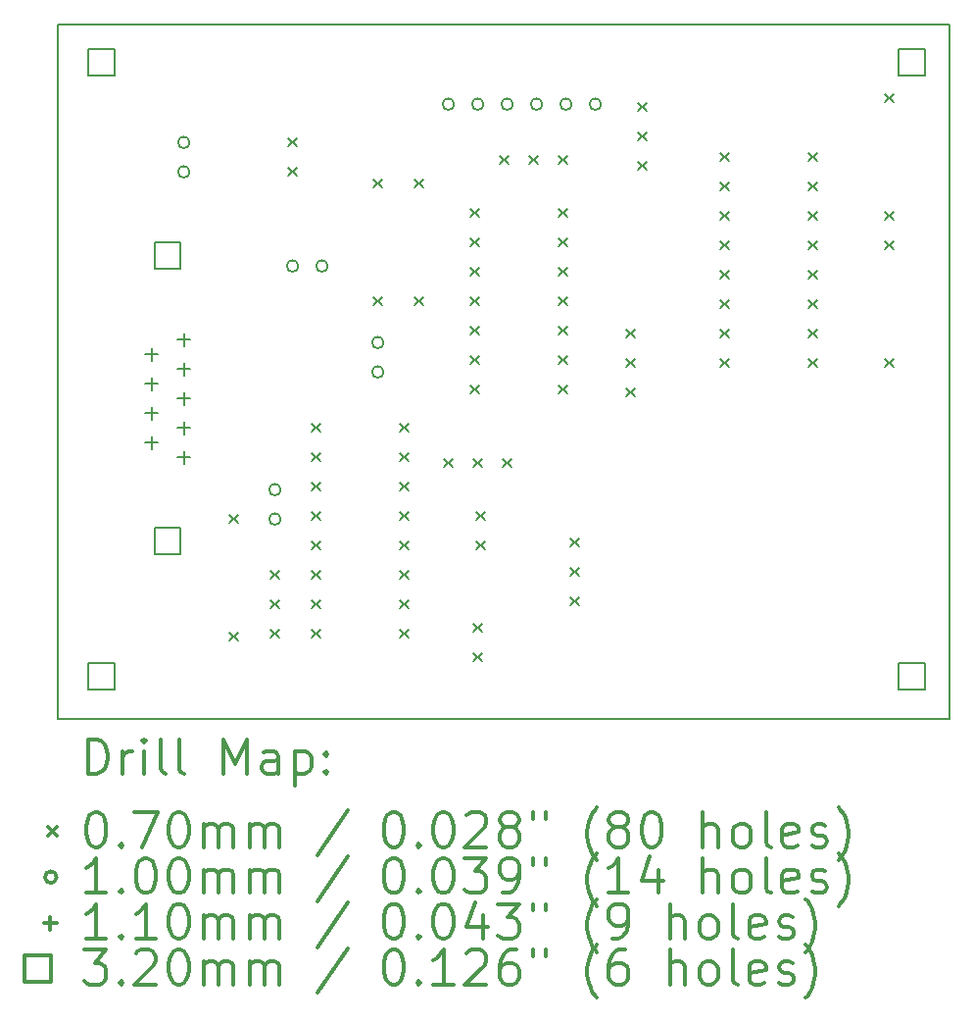
<source format=gbr>
%FSLAX45Y45*%
G04 Gerber Fmt 4.5, Leading zero omitted, Abs format (unit mm)*
G04 Created by KiCad (PCBNEW 4.0.1-stable) date 10/28/16 04:05:53*
%MOMM*%
G01*
G04 APERTURE LIST*
%ADD10C,0.127000*%
%ADD11C,0.150000*%
%ADD12C,0.200000*%
%ADD13C,0.300000*%
G04 APERTURE END LIST*
D10*
D11*
X9220200Y-7975600D02*
X16929100Y-7975600D01*
X16929100Y-13970000D02*
X9220200Y-13970000D01*
X9220200Y-7975600D02*
X9220200Y-8712200D01*
X16929100Y-13970000D02*
X16929100Y-7975600D01*
X9220200Y-9728200D02*
X9220200Y-13970000D01*
X9220200Y-9728200D02*
X9220200Y-8585200D01*
D12*
X10709200Y-12207800D02*
X10779200Y-12277800D01*
X10779200Y-12207800D02*
X10709200Y-12277800D01*
X10709200Y-13223800D02*
X10779200Y-13293800D01*
X10779200Y-13223800D02*
X10709200Y-13293800D01*
X11064800Y-12690400D02*
X11134800Y-12760400D01*
X11134800Y-12690400D02*
X11064800Y-12760400D01*
X11064800Y-12944400D02*
X11134800Y-13014400D01*
X11134800Y-12944400D02*
X11064800Y-13014400D01*
X11064800Y-13198400D02*
X11134800Y-13268400D01*
X11134800Y-13198400D02*
X11064800Y-13268400D01*
X11217200Y-8956600D02*
X11287200Y-9026600D01*
X11287200Y-8956600D02*
X11217200Y-9026600D01*
X11217200Y-9210600D02*
X11287200Y-9280600D01*
X11287200Y-9210600D02*
X11217200Y-9280600D01*
X11420400Y-11420400D02*
X11490400Y-11490400D01*
X11490400Y-11420400D02*
X11420400Y-11490400D01*
X11420400Y-11674400D02*
X11490400Y-11744400D01*
X11490400Y-11674400D02*
X11420400Y-11744400D01*
X11420400Y-11928400D02*
X11490400Y-11998400D01*
X11490400Y-11928400D02*
X11420400Y-11998400D01*
X11420400Y-12182400D02*
X11490400Y-12252400D01*
X11490400Y-12182400D02*
X11420400Y-12252400D01*
X11420400Y-12436400D02*
X11490400Y-12506400D01*
X11490400Y-12436400D02*
X11420400Y-12506400D01*
X11420400Y-12690400D02*
X11490400Y-12760400D01*
X11490400Y-12690400D02*
X11420400Y-12760400D01*
X11420400Y-12944400D02*
X11490400Y-13014400D01*
X11490400Y-12944400D02*
X11420400Y-13014400D01*
X11420400Y-13198400D02*
X11490400Y-13268400D01*
X11490400Y-13198400D02*
X11420400Y-13268400D01*
X11953800Y-9312200D02*
X12023800Y-9382200D01*
X12023800Y-9312200D02*
X11953800Y-9382200D01*
X11953800Y-10328200D02*
X12023800Y-10398200D01*
X12023800Y-10328200D02*
X11953800Y-10398200D01*
X12182400Y-11420400D02*
X12252400Y-11490400D01*
X12252400Y-11420400D02*
X12182400Y-11490400D01*
X12182400Y-11674400D02*
X12252400Y-11744400D01*
X12252400Y-11674400D02*
X12182400Y-11744400D01*
X12182400Y-11928400D02*
X12252400Y-11998400D01*
X12252400Y-11928400D02*
X12182400Y-11998400D01*
X12182400Y-12182400D02*
X12252400Y-12252400D01*
X12252400Y-12182400D02*
X12182400Y-12252400D01*
X12182400Y-12436400D02*
X12252400Y-12506400D01*
X12252400Y-12436400D02*
X12182400Y-12506400D01*
X12182400Y-12690400D02*
X12252400Y-12760400D01*
X12252400Y-12690400D02*
X12182400Y-12760400D01*
X12182400Y-12944400D02*
X12252400Y-13014400D01*
X12252400Y-12944400D02*
X12182400Y-13014400D01*
X12182400Y-13198400D02*
X12252400Y-13268400D01*
X12252400Y-13198400D02*
X12182400Y-13268400D01*
X12309400Y-9312200D02*
X12379400Y-9382200D01*
X12379400Y-9312200D02*
X12309400Y-9382200D01*
X12309400Y-10328200D02*
X12379400Y-10398200D01*
X12379400Y-10328200D02*
X12309400Y-10398200D01*
X12563400Y-11725200D02*
X12633400Y-11795200D01*
X12633400Y-11725200D02*
X12563400Y-11795200D01*
X12792000Y-9566200D02*
X12862000Y-9636200D01*
X12862000Y-9566200D02*
X12792000Y-9636200D01*
X12792000Y-9820200D02*
X12862000Y-9890200D01*
X12862000Y-9820200D02*
X12792000Y-9890200D01*
X12792000Y-10074200D02*
X12862000Y-10144200D01*
X12862000Y-10074200D02*
X12792000Y-10144200D01*
X12792000Y-10328200D02*
X12862000Y-10398200D01*
X12862000Y-10328200D02*
X12792000Y-10398200D01*
X12792000Y-10582200D02*
X12862000Y-10652200D01*
X12862000Y-10582200D02*
X12792000Y-10652200D01*
X12792000Y-10836200D02*
X12862000Y-10906200D01*
X12862000Y-10836200D02*
X12792000Y-10906200D01*
X12792000Y-11090200D02*
X12862000Y-11160200D01*
X12862000Y-11090200D02*
X12792000Y-11160200D01*
X12817400Y-11725200D02*
X12887400Y-11795200D01*
X12887400Y-11725200D02*
X12817400Y-11795200D01*
X12817400Y-13147600D02*
X12887400Y-13217600D01*
X12887400Y-13147600D02*
X12817400Y-13217600D01*
X12817400Y-13401600D02*
X12887400Y-13471600D01*
X12887400Y-13401600D02*
X12817400Y-13471600D01*
X12842800Y-12182400D02*
X12912800Y-12252400D01*
X12912800Y-12182400D02*
X12842800Y-12252400D01*
X12842800Y-12436400D02*
X12912800Y-12506400D01*
X12912800Y-12436400D02*
X12842800Y-12506400D01*
X13046000Y-9109000D02*
X13116000Y-9179000D01*
X13116000Y-9109000D02*
X13046000Y-9179000D01*
X13071400Y-11725200D02*
X13141400Y-11795200D01*
X13141400Y-11725200D02*
X13071400Y-11795200D01*
X13300000Y-9109000D02*
X13370000Y-9179000D01*
X13370000Y-9109000D02*
X13300000Y-9179000D01*
X13554000Y-9109000D02*
X13624000Y-9179000D01*
X13624000Y-9109000D02*
X13554000Y-9179000D01*
X13554000Y-9566200D02*
X13624000Y-9636200D01*
X13624000Y-9566200D02*
X13554000Y-9636200D01*
X13554000Y-9820200D02*
X13624000Y-9890200D01*
X13624000Y-9820200D02*
X13554000Y-9890200D01*
X13554000Y-10074200D02*
X13624000Y-10144200D01*
X13624000Y-10074200D02*
X13554000Y-10144200D01*
X13554000Y-10328200D02*
X13624000Y-10398200D01*
X13624000Y-10328200D02*
X13554000Y-10398200D01*
X13554000Y-10582200D02*
X13624000Y-10652200D01*
X13624000Y-10582200D02*
X13554000Y-10652200D01*
X13554000Y-10836200D02*
X13624000Y-10906200D01*
X13624000Y-10836200D02*
X13554000Y-10906200D01*
X13554000Y-11090200D02*
X13624000Y-11160200D01*
X13624000Y-11090200D02*
X13554000Y-11160200D01*
X13655600Y-12411000D02*
X13725600Y-12481000D01*
X13725600Y-12411000D02*
X13655600Y-12481000D01*
X13655600Y-12665000D02*
X13725600Y-12735000D01*
X13725600Y-12665000D02*
X13655600Y-12735000D01*
X13655600Y-12919000D02*
X13725600Y-12989000D01*
X13725600Y-12919000D02*
X13655600Y-12989000D01*
X14138200Y-10607600D02*
X14208200Y-10677600D01*
X14208200Y-10607600D02*
X14138200Y-10677600D01*
X14138200Y-10861600D02*
X14208200Y-10931600D01*
X14208200Y-10861600D02*
X14138200Y-10931600D01*
X14138200Y-11115600D02*
X14208200Y-11185600D01*
X14208200Y-11115600D02*
X14138200Y-11185600D01*
X14239800Y-8651800D02*
X14309800Y-8721800D01*
X14309800Y-8651800D02*
X14239800Y-8721800D01*
X14239800Y-8905800D02*
X14309800Y-8975800D01*
X14309800Y-8905800D02*
X14239800Y-8975800D01*
X14239800Y-9159800D02*
X14309800Y-9229800D01*
X14309800Y-9159800D02*
X14239800Y-9229800D01*
X14951000Y-9083600D02*
X15021000Y-9153600D01*
X15021000Y-9083600D02*
X14951000Y-9153600D01*
X14951000Y-9337600D02*
X15021000Y-9407600D01*
X15021000Y-9337600D02*
X14951000Y-9407600D01*
X14951000Y-9591600D02*
X15021000Y-9661600D01*
X15021000Y-9591600D02*
X14951000Y-9661600D01*
X14951000Y-9845600D02*
X15021000Y-9915600D01*
X15021000Y-9845600D02*
X14951000Y-9915600D01*
X14951000Y-10099600D02*
X15021000Y-10169600D01*
X15021000Y-10099600D02*
X14951000Y-10169600D01*
X14951000Y-10353600D02*
X15021000Y-10423600D01*
X15021000Y-10353600D02*
X14951000Y-10423600D01*
X14951000Y-10607600D02*
X15021000Y-10677600D01*
X15021000Y-10607600D02*
X14951000Y-10677600D01*
X14951000Y-10861600D02*
X15021000Y-10931600D01*
X15021000Y-10861600D02*
X14951000Y-10931600D01*
X15713000Y-9083600D02*
X15783000Y-9153600D01*
X15783000Y-9083600D02*
X15713000Y-9153600D01*
X15713000Y-9337600D02*
X15783000Y-9407600D01*
X15783000Y-9337600D02*
X15713000Y-9407600D01*
X15713000Y-9591600D02*
X15783000Y-9661600D01*
X15783000Y-9591600D02*
X15713000Y-9661600D01*
X15713000Y-9845600D02*
X15783000Y-9915600D01*
X15783000Y-9845600D02*
X15713000Y-9915600D01*
X15713000Y-10099600D02*
X15783000Y-10169600D01*
X15783000Y-10099600D02*
X15713000Y-10169600D01*
X15713000Y-10353600D02*
X15783000Y-10423600D01*
X15783000Y-10353600D02*
X15713000Y-10423600D01*
X15713000Y-10607600D02*
X15783000Y-10677600D01*
X15783000Y-10607600D02*
X15713000Y-10677600D01*
X15713000Y-10861600D02*
X15783000Y-10931600D01*
X15783000Y-10861600D02*
X15713000Y-10931600D01*
X16373400Y-8575600D02*
X16443400Y-8645600D01*
X16443400Y-8575600D02*
X16373400Y-8645600D01*
X16373400Y-9591600D02*
X16443400Y-9661600D01*
X16443400Y-9591600D02*
X16373400Y-9661600D01*
X16373400Y-9845600D02*
X16443400Y-9915600D01*
X16443400Y-9845600D02*
X16373400Y-9915600D01*
X16373400Y-10861600D02*
X16443400Y-10931600D01*
X16443400Y-10861600D02*
X16373400Y-10931600D01*
X10362400Y-8991600D02*
G75*
G03X10362400Y-8991600I-50000J0D01*
G01*
X10362400Y-9245600D02*
G75*
G03X10362400Y-9245600I-50000J0D01*
G01*
X11149800Y-11988800D02*
G75*
G03X11149800Y-11988800I-50000J0D01*
G01*
X11149800Y-12242800D02*
G75*
G03X11149800Y-12242800I-50000J0D01*
G01*
X11302200Y-10058400D02*
G75*
G03X11302200Y-10058400I-50000J0D01*
G01*
X11556200Y-10058400D02*
G75*
G03X11556200Y-10058400I-50000J0D01*
G01*
X12038800Y-10718800D02*
G75*
G03X12038800Y-10718800I-50000J0D01*
G01*
X12038800Y-10972800D02*
G75*
G03X12038800Y-10972800I-50000J0D01*
G01*
X12648400Y-8661400D02*
G75*
G03X12648400Y-8661400I-50000J0D01*
G01*
X12902400Y-8661400D02*
G75*
G03X12902400Y-8661400I-50000J0D01*
G01*
X13156400Y-8661400D02*
G75*
G03X13156400Y-8661400I-50000J0D01*
G01*
X13410400Y-8661400D02*
G75*
G03X13410400Y-8661400I-50000J0D01*
G01*
X13664400Y-8661400D02*
G75*
G03X13664400Y-8661400I-50000J0D01*
G01*
X13918400Y-8661400D02*
G75*
G03X13918400Y-8661400I-50000J0D01*
G01*
X10033000Y-10765400D02*
X10033000Y-10875400D01*
X9978000Y-10820400D02*
X10088000Y-10820400D01*
X10033000Y-11019400D02*
X10033000Y-11129400D01*
X9978000Y-11074400D02*
X10088000Y-11074400D01*
X10033000Y-11273400D02*
X10033000Y-11383400D01*
X9978000Y-11328400D02*
X10088000Y-11328400D01*
X10033000Y-11527400D02*
X10033000Y-11637400D01*
X9978000Y-11582400D02*
X10088000Y-11582400D01*
X10312400Y-10638400D02*
X10312400Y-10748400D01*
X10257400Y-10693400D02*
X10367400Y-10693400D01*
X10312400Y-10892400D02*
X10312400Y-11002400D01*
X10257400Y-10947400D02*
X10367400Y-10947400D01*
X10312400Y-11146400D02*
X10312400Y-11256400D01*
X10257400Y-11201400D02*
X10367400Y-11201400D01*
X10312400Y-11400400D02*
X10312400Y-11510400D01*
X10257400Y-11455400D02*
X10367400Y-11455400D01*
X10312400Y-11654400D02*
X10312400Y-11764400D01*
X10257400Y-11709400D02*
X10367400Y-11709400D01*
X9713138Y-8413138D02*
X9713138Y-8186862D01*
X9486862Y-8186862D01*
X9486862Y-8413138D01*
X9713138Y-8413138D01*
X9713138Y-13713138D02*
X9713138Y-13486862D01*
X9486862Y-13486862D01*
X9486862Y-13713138D01*
X9713138Y-13713138D01*
X10285838Y-10082638D02*
X10285838Y-9856362D01*
X10059562Y-9856362D01*
X10059562Y-10082638D01*
X10285838Y-10082638D01*
X10285838Y-12546438D02*
X10285838Y-12320162D01*
X10059562Y-12320162D01*
X10059562Y-12546438D01*
X10285838Y-12546438D01*
X16713138Y-8413138D02*
X16713138Y-8186862D01*
X16486862Y-8186862D01*
X16486862Y-8413138D01*
X16713138Y-8413138D01*
X16713138Y-13713138D02*
X16713138Y-13486862D01*
X16486862Y-13486862D01*
X16486862Y-13713138D01*
X16713138Y-13713138D01*
D13*
X9484129Y-14443214D02*
X9484129Y-14143214D01*
X9555557Y-14143214D01*
X9598414Y-14157500D01*
X9626986Y-14186071D01*
X9641271Y-14214643D01*
X9655557Y-14271786D01*
X9655557Y-14314643D01*
X9641271Y-14371786D01*
X9626986Y-14400357D01*
X9598414Y-14428929D01*
X9555557Y-14443214D01*
X9484129Y-14443214D01*
X9784129Y-14443214D02*
X9784129Y-14243214D01*
X9784129Y-14300357D02*
X9798414Y-14271786D01*
X9812700Y-14257500D01*
X9841271Y-14243214D01*
X9869843Y-14243214D01*
X9969843Y-14443214D02*
X9969843Y-14243214D01*
X9969843Y-14143214D02*
X9955557Y-14157500D01*
X9969843Y-14171786D01*
X9984129Y-14157500D01*
X9969843Y-14143214D01*
X9969843Y-14171786D01*
X10155557Y-14443214D02*
X10126986Y-14428929D01*
X10112700Y-14400357D01*
X10112700Y-14143214D01*
X10312700Y-14443214D02*
X10284129Y-14428929D01*
X10269843Y-14400357D01*
X10269843Y-14143214D01*
X10655557Y-14443214D02*
X10655557Y-14143214D01*
X10755557Y-14357500D01*
X10855557Y-14143214D01*
X10855557Y-14443214D01*
X11126986Y-14443214D02*
X11126986Y-14286071D01*
X11112700Y-14257500D01*
X11084129Y-14243214D01*
X11026986Y-14243214D01*
X10998414Y-14257500D01*
X11126986Y-14428929D02*
X11098414Y-14443214D01*
X11026986Y-14443214D01*
X10998414Y-14428929D01*
X10984129Y-14400357D01*
X10984129Y-14371786D01*
X10998414Y-14343214D01*
X11026986Y-14328929D01*
X11098414Y-14328929D01*
X11126986Y-14314643D01*
X11269843Y-14243214D02*
X11269843Y-14543214D01*
X11269843Y-14257500D02*
X11298414Y-14243214D01*
X11355557Y-14243214D01*
X11384128Y-14257500D01*
X11398414Y-14271786D01*
X11412700Y-14300357D01*
X11412700Y-14386071D01*
X11398414Y-14414643D01*
X11384128Y-14428929D01*
X11355557Y-14443214D01*
X11298414Y-14443214D01*
X11269843Y-14428929D01*
X11541271Y-14414643D02*
X11555557Y-14428929D01*
X11541271Y-14443214D01*
X11526986Y-14428929D01*
X11541271Y-14414643D01*
X11541271Y-14443214D01*
X11541271Y-14257500D02*
X11555557Y-14271786D01*
X11541271Y-14286071D01*
X11526986Y-14271786D01*
X11541271Y-14257500D01*
X11541271Y-14286071D01*
X9142700Y-14902500D02*
X9212700Y-14972500D01*
X9212700Y-14902500D02*
X9142700Y-14972500D01*
X9541271Y-14773214D02*
X9569843Y-14773214D01*
X9598414Y-14787500D01*
X9612700Y-14801786D01*
X9626986Y-14830357D01*
X9641271Y-14887500D01*
X9641271Y-14958929D01*
X9626986Y-15016071D01*
X9612700Y-15044643D01*
X9598414Y-15058929D01*
X9569843Y-15073214D01*
X9541271Y-15073214D01*
X9512700Y-15058929D01*
X9498414Y-15044643D01*
X9484129Y-15016071D01*
X9469843Y-14958929D01*
X9469843Y-14887500D01*
X9484129Y-14830357D01*
X9498414Y-14801786D01*
X9512700Y-14787500D01*
X9541271Y-14773214D01*
X9769843Y-15044643D02*
X9784129Y-15058929D01*
X9769843Y-15073214D01*
X9755557Y-15058929D01*
X9769843Y-15044643D01*
X9769843Y-15073214D01*
X9884128Y-14773214D02*
X10084128Y-14773214D01*
X9955557Y-15073214D01*
X10255557Y-14773214D02*
X10284129Y-14773214D01*
X10312700Y-14787500D01*
X10326986Y-14801786D01*
X10341271Y-14830357D01*
X10355557Y-14887500D01*
X10355557Y-14958929D01*
X10341271Y-15016071D01*
X10326986Y-15044643D01*
X10312700Y-15058929D01*
X10284129Y-15073214D01*
X10255557Y-15073214D01*
X10226986Y-15058929D01*
X10212700Y-15044643D01*
X10198414Y-15016071D01*
X10184129Y-14958929D01*
X10184129Y-14887500D01*
X10198414Y-14830357D01*
X10212700Y-14801786D01*
X10226986Y-14787500D01*
X10255557Y-14773214D01*
X10484129Y-15073214D02*
X10484129Y-14873214D01*
X10484129Y-14901786D02*
X10498414Y-14887500D01*
X10526986Y-14873214D01*
X10569843Y-14873214D01*
X10598414Y-14887500D01*
X10612700Y-14916071D01*
X10612700Y-15073214D01*
X10612700Y-14916071D02*
X10626986Y-14887500D01*
X10655557Y-14873214D01*
X10698414Y-14873214D01*
X10726986Y-14887500D01*
X10741271Y-14916071D01*
X10741271Y-15073214D01*
X10884129Y-15073214D02*
X10884129Y-14873214D01*
X10884129Y-14901786D02*
X10898414Y-14887500D01*
X10926986Y-14873214D01*
X10969843Y-14873214D01*
X10998414Y-14887500D01*
X11012700Y-14916071D01*
X11012700Y-15073214D01*
X11012700Y-14916071D02*
X11026986Y-14887500D01*
X11055557Y-14873214D01*
X11098414Y-14873214D01*
X11126986Y-14887500D01*
X11141271Y-14916071D01*
X11141271Y-15073214D01*
X11726986Y-14758929D02*
X11469843Y-15144643D01*
X12112700Y-14773214D02*
X12141271Y-14773214D01*
X12169843Y-14787500D01*
X12184128Y-14801786D01*
X12198414Y-14830357D01*
X12212700Y-14887500D01*
X12212700Y-14958929D01*
X12198414Y-15016071D01*
X12184128Y-15044643D01*
X12169843Y-15058929D01*
X12141271Y-15073214D01*
X12112700Y-15073214D01*
X12084128Y-15058929D01*
X12069843Y-15044643D01*
X12055557Y-15016071D01*
X12041271Y-14958929D01*
X12041271Y-14887500D01*
X12055557Y-14830357D01*
X12069843Y-14801786D01*
X12084128Y-14787500D01*
X12112700Y-14773214D01*
X12341271Y-15044643D02*
X12355557Y-15058929D01*
X12341271Y-15073214D01*
X12326986Y-15058929D01*
X12341271Y-15044643D01*
X12341271Y-15073214D01*
X12541271Y-14773214D02*
X12569843Y-14773214D01*
X12598414Y-14787500D01*
X12612700Y-14801786D01*
X12626985Y-14830357D01*
X12641271Y-14887500D01*
X12641271Y-14958929D01*
X12626985Y-15016071D01*
X12612700Y-15044643D01*
X12598414Y-15058929D01*
X12569843Y-15073214D01*
X12541271Y-15073214D01*
X12512700Y-15058929D01*
X12498414Y-15044643D01*
X12484128Y-15016071D01*
X12469843Y-14958929D01*
X12469843Y-14887500D01*
X12484128Y-14830357D01*
X12498414Y-14801786D01*
X12512700Y-14787500D01*
X12541271Y-14773214D01*
X12755557Y-14801786D02*
X12769843Y-14787500D01*
X12798414Y-14773214D01*
X12869843Y-14773214D01*
X12898414Y-14787500D01*
X12912700Y-14801786D01*
X12926985Y-14830357D01*
X12926985Y-14858929D01*
X12912700Y-14901786D01*
X12741271Y-15073214D01*
X12926985Y-15073214D01*
X13098414Y-14901786D02*
X13069843Y-14887500D01*
X13055557Y-14873214D01*
X13041271Y-14844643D01*
X13041271Y-14830357D01*
X13055557Y-14801786D01*
X13069843Y-14787500D01*
X13098414Y-14773214D01*
X13155557Y-14773214D01*
X13184128Y-14787500D01*
X13198414Y-14801786D01*
X13212700Y-14830357D01*
X13212700Y-14844643D01*
X13198414Y-14873214D01*
X13184128Y-14887500D01*
X13155557Y-14901786D01*
X13098414Y-14901786D01*
X13069843Y-14916071D01*
X13055557Y-14930357D01*
X13041271Y-14958929D01*
X13041271Y-15016071D01*
X13055557Y-15044643D01*
X13069843Y-15058929D01*
X13098414Y-15073214D01*
X13155557Y-15073214D01*
X13184128Y-15058929D01*
X13198414Y-15044643D01*
X13212700Y-15016071D01*
X13212700Y-14958929D01*
X13198414Y-14930357D01*
X13184128Y-14916071D01*
X13155557Y-14901786D01*
X13326986Y-14773214D02*
X13326986Y-14830357D01*
X13441271Y-14773214D02*
X13441271Y-14830357D01*
X13884128Y-15187500D02*
X13869843Y-15173214D01*
X13841271Y-15130357D01*
X13826985Y-15101786D01*
X13812700Y-15058929D01*
X13798414Y-14987500D01*
X13798414Y-14930357D01*
X13812700Y-14858929D01*
X13826985Y-14816071D01*
X13841271Y-14787500D01*
X13869843Y-14744643D01*
X13884128Y-14730357D01*
X14041271Y-14901786D02*
X14012700Y-14887500D01*
X13998414Y-14873214D01*
X13984128Y-14844643D01*
X13984128Y-14830357D01*
X13998414Y-14801786D01*
X14012700Y-14787500D01*
X14041271Y-14773214D01*
X14098414Y-14773214D01*
X14126985Y-14787500D01*
X14141271Y-14801786D01*
X14155557Y-14830357D01*
X14155557Y-14844643D01*
X14141271Y-14873214D01*
X14126985Y-14887500D01*
X14098414Y-14901786D01*
X14041271Y-14901786D01*
X14012700Y-14916071D01*
X13998414Y-14930357D01*
X13984128Y-14958929D01*
X13984128Y-15016071D01*
X13998414Y-15044643D01*
X14012700Y-15058929D01*
X14041271Y-15073214D01*
X14098414Y-15073214D01*
X14126985Y-15058929D01*
X14141271Y-15044643D01*
X14155557Y-15016071D01*
X14155557Y-14958929D01*
X14141271Y-14930357D01*
X14126985Y-14916071D01*
X14098414Y-14901786D01*
X14341271Y-14773214D02*
X14369843Y-14773214D01*
X14398414Y-14787500D01*
X14412700Y-14801786D01*
X14426985Y-14830357D01*
X14441271Y-14887500D01*
X14441271Y-14958929D01*
X14426985Y-15016071D01*
X14412700Y-15044643D01*
X14398414Y-15058929D01*
X14369843Y-15073214D01*
X14341271Y-15073214D01*
X14312700Y-15058929D01*
X14298414Y-15044643D01*
X14284128Y-15016071D01*
X14269843Y-14958929D01*
X14269843Y-14887500D01*
X14284128Y-14830357D01*
X14298414Y-14801786D01*
X14312700Y-14787500D01*
X14341271Y-14773214D01*
X14798414Y-15073214D02*
X14798414Y-14773214D01*
X14926985Y-15073214D02*
X14926985Y-14916071D01*
X14912700Y-14887500D01*
X14884128Y-14873214D01*
X14841271Y-14873214D01*
X14812700Y-14887500D01*
X14798414Y-14901786D01*
X15112700Y-15073214D02*
X15084128Y-15058929D01*
X15069843Y-15044643D01*
X15055557Y-15016071D01*
X15055557Y-14930357D01*
X15069843Y-14901786D01*
X15084128Y-14887500D01*
X15112700Y-14873214D01*
X15155557Y-14873214D01*
X15184128Y-14887500D01*
X15198414Y-14901786D01*
X15212700Y-14930357D01*
X15212700Y-15016071D01*
X15198414Y-15044643D01*
X15184128Y-15058929D01*
X15155557Y-15073214D01*
X15112700Y-15073214D01*
X15384128Y-15073214D02*
X15355557Y-15058929D01*
X15341271Y-15030357D01*
X15341271Y-14773214D01*
X15612700Y-15058929D02*
X15584128Y-15073214D01*
X15526986Y-15073214D01*
X15498414Y-15058929D01*
X15484128Y-15030357D01*
X15484128Y-14916071D01*
X15498414Y-14887500D01*
X15526986Y-14873214D01*
X15584128Y-14873214D01*
X15612700Y-14887500D01*
X15626986Y-14916071D01*
X15626986Y-14944643D01*
X15484128Y-14973214D01*
X15741271Y-15058929D02*
X15769843Y-15073214D01*
X15826986Y-15073214D01*
X15855557Y-15058929D01*
X15869843Y-15030357D01*
X15869843Y-15016071D01*
X15855557Y-14987500D01*
X15826986Y-14973214D01*
X15784128Y-14973214D01*
X15755557Y-14958929D01*
X15741271Y-14930357D01*
X15741271Y-14916071D01*
X15755557Y-14887500D01*
X15784128Y-14873214D01*
X15826986Y-14873214D01*
X15855557Y-14887500D01*
X15969843Y-15187500D02*
X15984128Y-15173214D01*
X16012700Y-15130357D01*
X16026986Y-15101786D01*
X16041271Y-15058929D01*
X16055557Y-14987500D01*
X16055557Y-14930357D01*
X16041271Y-14858929D01*
X16026986Y-14816071D01*
X16012700Y-14787500D01*
X15984128Y-14744643D01*
X15969843Y-14730357D01*
X9212700Y-15333500D02*
G75*
G03X9212700Y-15333500I-50000J0D01*
G01*
X9641271Y-15469214D02*
X9469843Y-15469214D01*
X9555557Y-15469214D02*
X9555557Y-15169214D01*
X9526986Y-15212071D01*
X9498414Y-15240643D01*
X9469843Y-15254929D01*
X9769843Y-15440643D02*
X9784129Y-15454929D01*
X9769843Y-15469214D01*
X9755557Y-15454929D01*
X9769843Y-15440643D01*
X9769843Y-15469214D01*
X9969843Y-15169214D02*
X9998414Y-15169214D01*
X10026986Y-15183500D01*
X10041271Y-15197786D01*
X10055557Y-15226357D01*
X10069843Y-15283500D01*
X10069843Y-15354929D01*
X10055557Y-15412071D01*
X10041271Y-15440643D01*
X10026986Y-15454929D01*
X9998414Y-15469214D01*
X9969843Y-15469214D01*
X9941271Y-15454929D01*
X9926986Y-15440643D01*
X9912700Y-15412071D01*
X9898414Y-15354929D01*
X9898414Y-15283500D01*
X9912700Y-15226357D01*
X9926986Y-15197786D01*
X9941271Y-15183500D01*
X9969843Y-15169214D01*
X10255557Y-15169214D02*
X10284129Y-15169214D01*
X10312700Y-15183500D01*
X10326986Y-15197786D01*
X10341271Y-15226357D01*
X10355557Y-15283500D01*
X10355557Y-15354929D01*
X10341271Y-15412071D01*
X10326986Y-15440643D01*
X10312700Y-15454929D01*
X10284129Y-15469214D01*
X10255557Y-15469214D01*
X10226986Y-15454929D01*
X10212700Y-15440643D01*
X10198414Y-15412071D01*
X10184129Y-15354929D01*
X10184129Y-15283500D01*
X10198414Y-15226357D01*
X10212700Y-15197786D01*
X10226986Y-15183500D01*
X10255557Y-15169214D01*
X10484129Y-15469214D02*
X10484129Y-15269214D01*
X10484129Y-15297786D02*
X10498414Y-15283500D01*
X10526986Y-15269214D01*
X10569843Y-15269214D01*
X10598414Y-15283500D01*
X10612700Y-15312071D01*
X10612700Y-15469214D01*
X10612700Y-15312071D02*
X10626986Y-15283500D01*
X10655557Y-15269214D01*
X10698414Y-15269214D01*
X10726986Y-15283500D01*
X10741271Y-15312071D01*
X10741271Y-15469214D01*
X10884129Y-15469214D02*
X10884129Y-15269214D01*
X10884129Y-15297786D02*
X10898414Y-15283500D01*
X10926986Y-15269214D01*
X10969843Y-15269214D01*
X10998414Y-15283500D01*
X11012700Y-15312071D01*
X11012700Y-15469214D01*
X11012700Y-15312071D02*
X11026986Y-15283500D01*
X11055557Y-15269214D01*
X11098414Y-15269214D01*
X11126986Y-15283500D01*
X11141271Y-15312071D01*
X11141271Y-15469214D01*
X11726986Y-15154929D02*
X11469843Y-15540643D01*
X12112700Y-15169214D02*
X12141271Y-15169214D01*
X12169843Y-15183500D01*
X12184128Y-15197786D01*
X12198414Y-15226357D01*
X12212700Y-15283500D01*
X12212700Y-15354929D01*
X12198414Y-15412071D01*
X12184128Y-15440643D01*
X12169843Y-15454929D01*
X12141271Y-15469214D01*
X12112700Y-15469214D01*
X12084128Y-15454929D01*
X12069843Y-15440643D01*
X12055557Y-15412071D01*
X12041271Y-15354929D01*
X12041271Y-15283500D01*
X12055557Y-15226357D01*
X12069843Y-15197786D01*
X12084128Y-15183500D01*
X12112700Y-15169214D01*
X12341271Y-15440643D02*
X12355557Y-15454929D01*
X12341271Y-15469214D01*
X12326986Y-15454929D01*
X12341271Y-15440643D01*
X12341271Y-15469214D01*
X12541271Y-15169214D02*
X12569843Y-15169214D01*
X12598414Y-15183500D01*
X12612700Y-15197786D01*
X12626985Y-15226357D01*
X12641271Y-15283500D01*
X12641271Y-15354929D01*
X12626985Y-15412071D01*
X12612700Y-15440643D01*
X12598414Y-15454929D01*
X12569843Y-15469214D01*
X12541271Y-15469214D01*
X12512700Y-15454929D01*
X12498414Y-15440643D01*
X12484128Y-15412071D01*
X12469843Y-15354929D01*
X12469843Y-15283500D01*
X12484128Y-15226357D01*
X12498414Y-15197786D01*
X12512700Y-15183500D01*
X12541271Y-15169214D01*
X12741271Y-15169214D02*
X12926985Y-15169214D01*
X12826985Y-15283500D01*
X12869843Y-15283500D01*
X12898414Y-15297786D01*
X12912700Y-15312071D01*
X12926985Y-15340643D01*
X12926985Y-15412071D01*
X12912700Y-15440643D01*
X12898414Y-15454929D01*
X12869843Y-15469214D01*
X12784128Y-15469214D01*
X12755557Y-15454929D01*
X12741271Y-15440643D01*
X13069843Y-15469214D02*
X13126985Y-15469214D01*
X13155557Y-15454929D01*
X13169843Y-15440643D01*
X13198414Y-15397786D01*
X13212700Y-15340643D01*
X13212700Y-15226357D01*
X13198414Y-15197786D01*
X13184128Y-15183500D01*
X13155557Y-15169214D01*
X13098414Y-15169214D01*
X13069843Y-15183500D01*
X13055557Y-15197786D01*
X13041271Y-15226357D01*
X13041271Y-15297786D01*
X13055557Y-15326357D01*
X13069843Y-15340643D01*
X13098414Y-15354929D01*
X13155557Y-15354929D01*
X13184128Y-15340643D01*
X13198414Y-15326357D01*
X13212700Y-15297786D01*
X13326986Y-15169214D02*
X13326986Y-15226357D01*
X13441271Y-15169214D02*
X13441271Y-15226357D01*
X13884128Y-15583500D02*
X13869843Y-15569214D01*
X13841271Y-15526357D01*
X13826985Y-15497786D01*
X13812700Y-15454929D01*
X13798414Y-15383500D01*
X13798414Y-15326357D01*
X13812700Y-15254929D01*
X13826985Y-15212071D01*
X13841271Y-15183500D01*
X13869843Y-15140643D01*
X13884128Y-15126357D01*
X14155557Y-15469214D02*
X13984128Y-15469214D01*
X14069843Y-15469214D02*
X14069843Y-15169214D01*
X14041271Y-15212071D01*
X14012700Y-15240643D01*
X13984128Y-15254929D01*
X14412700Y-15269214D02*
X14412700Y-15469214D01*
X14341271Y-15154929D02*
X14269843Y-15369214D01*
X14455557Y-15369214D01*
X14798414Y-15469214D02*
X14798414Y-15169214D01*
X14926985Y-15469214D02*
X14926985Y-15312071D01*
X14912700Y-15283500D01*
X14884128Y-15269214D01*
X14841271Y-15269214D01*
X14812700Y-15283500D01*
X14798414Y-15297786D01*
X15112700Y-15469214D02*
X15084128Y-15454929D01*
X15069843Y-15440643D01*
X15055557Y-15412071D01*
X15055557Y-15326357D01*
X15069843Y-15297786D01*
X15084128Y-15283500D01*
X15112700Y-15269214D01*
X15155557Y-15269214D01*
X15184128Y-15283500D01*
X15198414Y-15297786D01*
X15212700Y-15326357D01*
X15212700Y-15412071D01*
X15198414Y-15440643D01*
X15184128Y-15454929D01*
X15155557Y-15469214D01*
X15112700Y-15469214D01*
X15384128Y-15469214D02*
X15355557Y-15454929D01*
X15341271Y-15426357D01*
X15341271Y-15169214D01*
X15612700Y-15454929D02*
X15584128Y-15469214D01*
X15526986Y-15469214D01*
X15498414Y-15454929D01*
X15484128Y-15426357D01*
X15484128Y-15312071D01*
X15498414Y-15283500D01*
X15526986Y-15269214D01*
X15584128Y-15269214D01*
X15612700Y-15283500D01*
X15626986Y-15312071D01*
X15626986Y-15340643D01*
X15484128Y-15369214D01*
X15741271Y-15454929D02*
X15769843Y-15469214D01*
X15826986Y-15469214D01*
X15855557Y-15454929D01*
X15869843Y-15426357D01*
X15869843Y-15412071D01*
X15855557Y-15383500D01*
X15826986Y-15369214D01*
X15784128Y-15369214D01*
X15755557Y-15354929D01*
X15741271Y-15326357D01*
X15741271Y-15312071D01*
X15755557Y-15283500D01*
X15784128Y-15269214D01*
X15826986Y-15269214D01*
X15855557Y-15283500D01*
X15969843Y-15583500D02*
X15984128Y-15569214D01*
X16012700Y-15526357D01*
X16026986Y-15497786D01*
X16041271Y-15454929D01*
X16055557Y-15383500D01*
X16055557Y-15326357D01*
X16041271Y-15254929D01*
X16026986Y-15212071D01*
X16012700Y-15183500D01*
X15984128Y-15140643D01*
X15969843Y-15126357D01*
X9157700Y-15674500D02*
X9157700Y-15784500D01*
X9102700Y-15729500D02*
X9212700Y-15729500D01*
X9641271Y-15865214D02*
X9469843Y-15865214D01*
X9555557Y-15865214D02*
X9555557Y-15565214D01*
X9526986Y-15608071D01*
X9498414Y-15636643D01*
X9469843Y-15650929D01*
X9769843Y-15836643D02*
X9784129Y-15850929D01*
X9769843Y-15865214D01*
X9755557Y-15850929D01*
X9769843Y-15836643D01*
X9769843Y-15865214D01*
X10069843Y-15865214D02*
X9898414Y-15865214D01*
X9984128Y-15865214D02*
X9984128Y-15565214D01*
X9955557Y-15608071D01*
X9926986Y-15636643D01*
X9898414Y-15650929D01*
X10255557Y-15565214D02*
X10284129Y-15565214D01*
X10312700Y-15579500D01*
X10326986Y-15593786D01*
X10341271Y-15622357D01*
X10355557Y-15679500D01*
X10355557Y-15750929D01*
X10341271Y-15808071D01*
X10326986Y-15836643D01*
X10312700Y-15850929D01*
X10284129Y-15865214D01*
X10255557Y-15865214D01*
X10226986Y-15850929D01*
X10212700Y-15836643D01*
X10198414Y-15808071D01*
X10184129Y-15750929D01*
X10184129Y-15679500D01*
X10198414Y-15622357D01*
X10212700Y-15593786D01*
X10226986Y-15579500D01*
X10255557Y-15565214D01*
X10484129Y-15865214D02*
X10484129Y-15665214D01*
X10484129Y-15693786D02*
X10498414Y-15679500D01*
X10526986Y-15665214D01*
X10569843Y-15665214D01*
X10598414Y-15679500D01*
X10612700Y-15708071D01*
X10612700Y-15865214D01*
X10612700Y-15708071D02*
X10626986Y-15679500D01*
X10655557Y-15665214D01*
X10698414Y-15665214D01*
X10726986Y-15679500D01*
X10741271Y-15708071D01*
X10741271Y-15865214D01*
X10884129Y-15865214D02*
X10884129Y-15665214D01*
X10884129Y-15693786D02*
X10898414Y-15679500D01*
X10926986Y-15665214D01*
X10969843Y-15665214D01*
X10998414Y-15679500D01*
X11012700Y-15708071D01*
X11012700Y-15865214D01*
X11012700Y-15708071D02*
X11026986Y-15679500D01*
X11055557Y-15665214D01*
X11098414Y-15665214D01*
X11126986Y-15679500D01*
X11141271Y-15708071D01*
X11141271Y-15865214D01*
X11726986Y-15550929D02*
X11469843Y-15936643D01*
X12112700Y-15565214D02*
X12141271Y-15565214D01*
X12169843Y-15579500D01*
X12184128Y-15593786D01*
X12198414Y-15622357D01*
X12212700Y-15679500D01*
X12212700Y-15750929D01*
X12198414Y-15808071D01*
X12184128Y-15836643D01*
X12169843Y-15850929D01*
X12141271Y-15865214D01*
X12112700Y-15865214D01*
X12084128Y-15850929D01*
X12069843Y-15836643D01*
X12055557Y-15808071D01*
X12041271Y-15750929D01*
X12041271Y-15679500D01*
X12055557Y-15622357D01*
X12069843Y-15593786D01*
X12084128Y-15579500D01*
X12112700Y-15565214D01*
X12341271Y-15836643D02*
X12355557Y-15850929D01*
X12341271Y-15865214D01*
X12326986Y-15850929D01*
X12341271Y-15836643D01*
X12341271Y-15865214D01*
X12541271Y-15565214D02*
X12569843Y-15565214D01*
X12598414Y-15579500D01*
X12612700Y-15593786D01*
X12626985Y-15622357D01*
X12641271Y-15679500D01*
X12641271Y-15750929D01*
X12626985Y-15808071D01*
X12612700Y-15836643D01*
X12598414Y-15850929D01*
X12569843Y-15865214D01*
X12541271Y-15865214D01*
X12512700Y-15850929D01*
X12498414Y-15836643D01*
X12484128Y-15808071D01*
X12469843Y-15750929D01*
X12469843Y-15679500D01*
X12484128Y-15622357D01*
X12498414Y-15593786D01*
X12512700Y-15579500D01*
X12541271Y-15565214D01*
X12898414Y-15665214D02*
X12898414Y-15865214D01*
X12826985Y-15550929D02*
X12755557Y-15765214D01*
X12941271Y-15765214D01*
X13026985Y-15565214D02*
X13212700Y-15565214D01*
X13112700Y-15679500D01*
X13155557Y-15679500D01*
X13184128Y-15693786D01*
X13198414Y-15708071D01*
X13212700Y-15736643D01*
X13212700Y-15808071D01*
X13198414Y-15836643D01*
X13184128Y-15850929D01*
X13155557Y-15865214D01*
X13069843Y-15865214D01*
X13041271Y-15850929D01*
X13026985Y-15836643D01*
X13326986Y-15565214D02*
X13326986Y-15622357D01*
X13441271Y-15565214D02*
X13441271Y-15622357D01*
X13884128Y-15979500D02*
X13869843Y-15965214D01*
X13841271Y-15922357D01*
X13826985Y-15893786D01*
X13812700Y-15850929D01*
X13798414Y-15779500D01*
X13798414Y-15722357D01*
X13812700Y-15650929D01*
X13826985Y-15608071D01*
X13841271Y-15579500D01*
X13869843Y-15536643D01*
X13884128Y-15522357D01*
X14012700Y-15865214D02*
X14069843Y-15865214D01*
X14098414Y-15850929D01*
X14112700Y-15836643D01*
X14141271Y-15793786D01*
X14155557Y-15736643D01*
X14155557Y-15622357D01*
X14141271Y-15593786D01*
X14126985Y-15579500D01*
X14098414Y-15565214D01*
X14041271Y-15565214D01*
X14012700Y-15579500D01*
X13998414Y-15593786D01*
X13984128Y-15622357D01*
X13984128Y-15693786D01*
X13998414Y-15722357D01*
X14012700Y-15736643D01*
X14041271Y-15750929D01*
X14098414Y-15750929D01*
X14126985Y-15736643D01*
X14141271Y-15722357D01*
X14155557Y-15693786D01*
X14512700Y-15865214D02*
X14512700Y-15565214D01*
X14641271Y-15865214D02*
X14641271Y-15708071D01*
X14626985Y-15679500D01*
X14598414Y-15665214D01*
X14555557Y-15665214D01*
X14526985Y-15679500D01*
X14512700Y-15693786D01*
X14826985Y-15865214D02*
X14798414Y-15850929D01*
X14784128Y-15836643D01*
X14769843Y-15808071D01*
X14769843Y-15722357D01*
X14784128Y-15693786D01*
X14798414Y-15679500D01*
X14826985Y-15665214D01*
X14869843Y-15665214D01*
X14898414Y-15679500D01*
X14912700Y-15693786D01*
X14926985Y-15722357D01*
X14926985Y-15808071D01*
X14912700Y-15836643D01*
X14898414Y-15850929D01*
X14869843Y-15865214D01*
X14826985Y-15865214D01*
X15098414Y-15865214D02*
X15069843Y-15850929D01*
X15055557Y-15822357D01*
X15055557Y-15565214D01*
X15326986Y-15850929D02*
X15298414Y-15865214D01*
X15241271Y-15865214D01*
X15212700Y-15850929D01*
X15198414Y-15822357D01*
X15198414Y-15708071D01*
X15212700Y-15679500D01*
X15241271Y-15665214D01*
X15298414Y-15665214D01*
X15326986Y-15679500D01*
X15341271Y-15708071D01*
X15341271Y-15736643D01*
X15198414Y-15765214D01*
X15455557Y-15850929D02*
X15484128Y-15865214D01*
X15541271Y-15865214D01*
X15569843Y-15850929D01*
X15584128Y-15822357D01*
X15584128Y-15808071D01*
X15569843Y-15779500D01*
X15541271Y-15765214D01*
X15498414Y-15765214D01*
X15469843Y-15750929D01*
X15455557Y-15722357D01*
X15455557Y-15708071D01*
X15469843Y-15679500D01*
X15498414Y-15665214D01*
X15541271Y-15665214D01*
X15569843Y-15679500D01*
X15684128Y-15979500D02*
X15698414Y-15965214D01*
X15726986Y-15922357D01*
X15741271Y-15893786D01*
X15755557Y-15850929D01*
X15769843Y-15779500D01*
X15769843Y-15722357D01*
X15755557Y-15650929D01*
X15741271Y-15608071D01*
X15726986Y-15579500D01*
X15698414Y-15536643D01*
X15684128Y-15522357D01*
X9165838Y-16238638D02*
X9165838Y-16012362D01*
X8939562Y-16012362D01*
X8939562Y-16238638D01*
X9165838Y-16238638D01*
X9455557Y-15961214D02*
X9641271Y-15961214D01*
X9541271Y-16075500D01*
X9584129Y-16075500D01*
X9612700Y-16089786D01*
X9626986Y-16104071D01*
X9641271Y-16132643D01*
X9641271Y-16204071D01*
X9626986Y-16232643D01*
X9612700Y-16246929D01*
X9584129Y-16261214D01*
X9498414Y-16261214D01*
X9469843Y-16246929D01*
X9455557Y-16232643D01*
X9769843Y-16232643D02*
X9784129Y-16246929D01*
X9769843Y-16261214D01*
X9755557Y-16246929D01*
X9769843Y-16232643D01*
X9769843Y-16261214D01*
X9898414Y-15989786D02*
X9912700Y-15975500D01*
X9941271Y-15961214D01*
X10012700Y-15961214D01*
X10041271Y-15975500D01*
X10055557Y-15989786D01*
X10069843Y-16018357D01*
X10069843Y-16046929D01*
X10055557Y-16089786D01*
X9884128Y-16261214D01*
X10069843Y-16261214D01*
X10255557Y-15961214D02*
X10284129Y-15961214D01*
X10312700Y-15975500D01*
X10326986Y-15989786D01*
X10341271Y-16018357D01*
X10355557Y-16075500D01*
X10355557Y-16146929D01*
X10341271Y-16204071D01*
X10326986Y-16232643D01*
X10312700Y-16246929D01*
X10284129Y-16261214D01*
X10255557Y-16261214D01*
X10226986Y-16246929D01*
X10212700Y-16232643D01*
X10198414Y-16204071D01*
X10184129Y-16146929D01*
X10184129Y-16075500D01*
X10198414Y-16018357D01*
X10212700Y-15989786D01*
X10226986Y-15975500D01*
X10255557Y-15961214D01*
X10484129Y-16261214D02*
X10484129Y-16061214D01*
X10484129Y-16089786D02*
X10498414Y-16075500D01*
X10526986Y-16061214D01*
X10569843Y-16061214D01*
X10598414Y-16075500D01*
X10612700Y-16104071D01*
X10612700Y-16261214D01*
X10612700Y-16104071D02*
X10626986Y-16075500D01*
X10655557Y-16061214D01*
X10698414Y-16061214D01*
X10726986Y-16075500D01*
X10741271Y-16104071D01*
X10741271Y-16261214D01*
X10884129Y-16261214D02*
X10884129Y-16061214D01*
X10884129Y-16089786D02*
X10898414Y-16075500D01*
X10926986Y-16061214D01*
X10969843Y-16061214D01*
X10998414Y-16075500D01*
X11012700Y-16104071D01*
X11012700Y-16261214D01*
X11012700Y-16104071D02*
X11026986Y-16075500D01*
X11055557Y-16061214D01*
X11098414Y-16061214D01*
X11126986Y-16075500D01*
X11141271Y-16104071D01*
X11141271Y-16261214D01*
X11726986Y-15946929D02*
X11469843Y-16332643D01*
X12112700Y-15961214D02*
X12141271Y-15961214D01*
X12169843Y-15975500D01*
X12184128Y-15989786D01*
X12198414Y-16018357D01*
X12212700Y-16075500D01*
X12212700Y-16146929D01*
X12198414Y-16204071D01*
X12184128Y-16232643D01*
X12169843Y-16246929D01*
X12141271Y-16261214D01*
X12112700Y-16261214D01*
X12084128Y-16246929D01*
X12069843Y-16232643D01*
X12055557Y-16204071D01*
X12041271Y-16146929D01*
X12041271Y-16075500D01*
X12055557Y-16018357D01*
X12069843Y-15989786D01*
X12084128Y-15975500D01*
X12112700Y-15961214D01*
X12341271Y-16232643D02*
X12355557Y-16246929D01*
X12341271Y-16261214D01*
X12326986Y-16246929D01*
X12341271Y-16232643D01*
X12341271Y-16261214D01*
X12641271Y-16261214D02*
X12469843Y-16261214D01*
X12555557Y-16261214D02*
X12555557Y-15961214D01*
X12526985Y-16004071D01*
X12498414Y-16032643D01*
X12469843Y-16046929D01*
X12755557Y-15989786D02*
X12769843Y-15975500D01*
X12798414Y-15961214D01*
X12869843Y-15961214D01*
X12898414Y-15975500D01*
X12912700Y-15989786D01*
X12926985Y-16018357D01*
X12926985Y-16046929D01*
X12912700Y-16089786D01*
X12741271Y-16261214D01*
X12926985Y-16261214D01*
X13184128Y-15961214D02*
X13126985Y-15961214D01*
X13098414Y-15975500D01*
X13084128Y-15989786D01*
X13055557Y-16032643D01*
X13041271Y-16089786D01*
X13041271Y-16204071D01*
X13055557Y-16232643D01*
X13069843Y-16246929D01*
X13098414Y-16261214D01*
X13155557Y-16261214D01*
X13184128Y-16246929D01*
X13198414Y-16232643D01*
X13212700Y-16204071D01*
X13212700Y-16132643D01*
X13198414Y-16104071D01*
X13184128Y-16089786D01*
X13155557Y-16075500D01*
X13098414Y-16075500D01*
X13069843Y-16089786D01*
X13055557Y-16104071D01*
X13041271Y-16132643D01*
X13326986Y-15961214D02*
X13326986Y-16018357D01*
X13441271Y-15961214D02*
X13441271Y-16018357D01*
X13884128Y-16375500D02*
X13869843Y-16361214D01*
X13841271Y-16318357D01*
X13826985Y-16289786D01*
X13812700Y-16246929D01*
X13798414Y-16175500D01*
X13798414Y-16118357D01*
X13812700Y-16046929D01*
X13826985Y-16004071D01*
X13841271Y-15975500D01*
X13869843Y-15932643D01*
X13884128Y-15918357D01*
X14126985Y-15961214D02*
X14069843Y-15961214D01*
X14041271Y-15975500D01*
X14026985Y-15989786D01*
X13998414Y-16032643D01*
X13984128Y-16089786D01*
X13984128Y-16204071D01*
X13998414Y-16232643D01*
X14012700Y-16246929D01*
X14041271Y-16261214D01*
X14098414Y-16261214D01*
X14126985Y-16246929D01*
X14141271Y-16232643D01*
X14155557Y-16204071D01*
X14155557Y-16132643D01*
X14141271Y-16104071D01*
X14126985Y-16089786D01*
X14098414Y-16075500D01*
X14041271Y-16075500D01*
X14012700Y-16089786D01*
X13998414Y-16104071D01*
X13984128Y-16132643D01*
X14512700Y-16261214D02*
X14512700Y-15961214D01*
X14641271Y-16261214D02*
X14641271Y-16104071D01*
X14626985Y-16075500D01*
X14598414Y-16061214D01*
X14555557Y-16061214D01*
X14526985Y-16075500D01*
X14512700Y-16089786D01*
X14826985Y-16261214D02*
X14798414Y-16246929D01*
X14784128Y-16232643D01*
X14769843Y-16204071D01*
X14769843Y-16118357D01*
X14784128Y-16089786D01*
X14798414Y-16075500D01*
X14826985Y-16061214D01*
X14869843Y-16061214D01*
X14898414Y-16075500D01*
X14912700Y-16089786D01*
X14926985Y-16118357D01*
X14926985Y-16204071D01*
X14912700Y-16232643D01*
X14898414Y-16246929D01*
X14869843Y-16261214D01*
X14826985Y-16261214D01*
X15098414Y-16261214D02*
X15069843Y-16246929D01*
X15055557Y-16218357D01*
X15055557Y-15961214D01*
X15326986Y-16246929D02*
X15298414Y-16261214D01*
X15241271Y-16261214D01*
X15212700Y-16246929D01*
X15198414Y-16218357D01*
X15198414Y-16104071D01*
X15212700Y-16075500D01*
X15241271Y-16061214D01*
X15298414Y-16061214D01*
X15326986Y-16075500D01*
X15341271Y-16104071D01*
X15341271Y-16132643D01*
X15198414Y-16161214D01*
X15455557Y-16246929D02*
X15484128Y-16261214D01*
X15541271Y-16261214D01*
X15569843Y-16246929D01*
X15584128Y-16218357D01*
X15584128Y-16204071D01*
X15569843Y-16175500D01*
X15541271Y-16161214D01*
X15498414Y-16161214D01*
X15469843Y-16146929D01*
X15455557Y-16118357D01*
X15455557Y-16104071D01*
X15469843Y-16075500D01*
X15498414Y-16061214D01*
X15541271Y-16061214D01*
X15569843Y-16075500D01*
X15684128Y-16375500D02*
X15698414Y-16361214D01*
X15726986Y-16318357D01*
X15741271Y-16289786D01*
X15755557Y-16246929D01*
X15769843Y-16175500D01*
X15769843Y-16118357D01*
X15755557Y-16046929D01*
X15741271Y-16004071D01*
X15726986Y-15975500D01*
X15698414Y-15932643D01*
X15684128Y-15918357D01*
M02*

</source>
